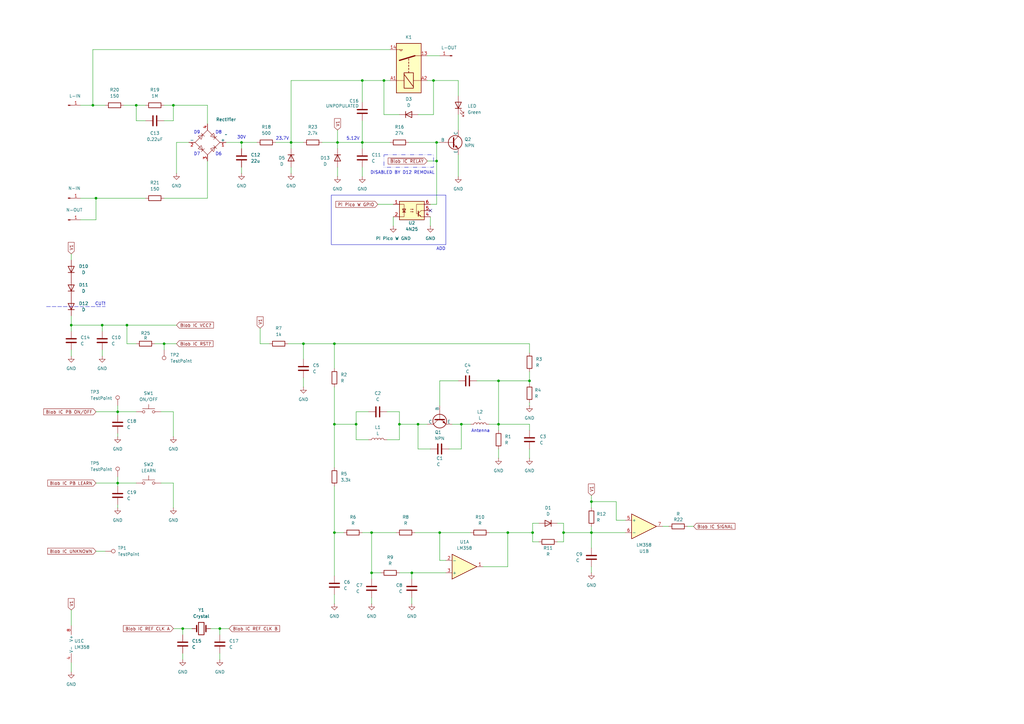
<source format=kicad_sch>
(kicad_sch (version 20231120) (generator "eeschema") (generator_version "8.0")
  (paper "A3")
  (lib_symbols
    (symbol "Amplifier_Operational:LM358" (pin_names (offset 0.127))
      (property "Reference" "U" (at 0 5.08 0))
      (property "Value" "LM358" (at 0 -5.08 0))
      (symbol "LM358_1_1"
        (polyline (pts (xy -5.08 5.08) (xy 5.08 0) (xy -5.08 -5.08) (xy -5.08 5.08)) (stroke (width 0.254)) (fill (type background)))
        (pin output line (at 7.62 0 180) (length 2.54) (name "~") (number "1"))
        (pin input line (at -7.62 -2.54 0) (length 2.54) (name "-") (number "2"))
        (pin input line (at -7.62 2.54 0) (length 2.54) (name "+") (number "3"))
      )
      (symbol "LM358_2_1"
        (polyline (pts (xy -5.08 5.08) (xy 5.08 0) (xy -5.08 -5.08) (xy -5.08 5.08)) (stroke (width 0.254)) (fill (type background)))
        (pin input line (at -7.62 2.54 0) (length 2.54) (name "+") (number "5"))
        (pin input line (at -7.62 -2.54 0) (length 2.54) (name "-") (number "6"))
        (pin output line (at 7.62 0 180) (length 2.54) (name "~") (number "7"))
      )
      (symbol "LM358_3_1"
        (pin power_in line (at -2.54 -7.62 90) (length 3.81) (name "V-") (number "4"))
        (pin power_in line (at -2.54 7.62 270) (length 3.81) (name "V+") (number "8"))
      )
    )
    (symbol "Connector:Conn_01x01_Pin" (pin_names (offset 1.016) hide)
      (property "Reference" "J" (at 0 2.54 0))
      (property "Value" "Conn_01x01_Pin" (at 0 -2.54 0))
      (symbol "Conn_01x01_Pin_1_1"
        (polyline (pts (xy 1.27 0) (xy 0.8636 0)) (stroke (width 0.1524)))
        (rectangle (start 0.8636 0.127) (end 0 -0.127) (stroke (width 0.1524)) (fill (type outline)))
        (pin passive line (at 5.08 0 180) (length 3.81) (name "Pin_1") (number "1"))
      )
    )
    (symbol "Connector:TestPoint" (pin_numbers hide) (pin_names (offset 0.762) hide)
      (property "Reference" "TP" (at 0 6.858 0))
      (property "Value" "TestPoint" (at 0 5.08 0))
      (symbol "TestPoint_0_1"
        (circle (center 0 3.302) (radius 0.762))
      )
      (symbol "TestPoint_1_1"
        (pin passive line (at 0 0 90) (length 2.54) (name "1") (number "1"))
      )
    )
    (symbol "Device:C" (pin_numbers hide) (pin_names (offset 0.254))
      (property "Reference" "C" (at 0.635 2.54 0))
      (property "Value" "C" (at 0.635 -2.54 0))
      (symbol "C_0_1"
        (polyline (pts (xy -2.032 -0.762) (xy 2.032 -0.762)) (stroke (width 0.508)))
        (polyline (pts (xy -2.032 0.762) (xy 2.032 0.762)) (stroke (width 0.508)))
      )
      (symbol "C_1_1"
        (pin passive line (at 0 3.81 270) (length 2.794) (name "~") (number "1"))
        (pin passive line (at 0 -3.81 90) (length 2.794) (name "~") (number "2"))
      )
    )
    (symbol "Device:Crystal" (pin_numbers hide) (pin_names (offset 1.016) hide)
      (property "Reference" "Y" (at 0 3.81 0))
      (property "Value" "Crystal" (at 0 -3.81 0))
      (symbol "Crystal_0_1"
        (rectangle (start -1.143 2.54) (end 1.143 -2.54) (stroke (width 0.3048)))
        (polyline (pts (xy -2.54 0) (xy -1.905 0)))
        (polyline (pts (xy -1.905 -1.27) (xy -1.905 1.27)) (stroke (width 0.508)))
        (polyline (pts (xy 1.905 -1.27) (xy 1.905 1.27)) (stroke (width 0.508)))
        (polyline (pts (xy 2.54 0) (xy 1.905 0)))
      )
      (symbol "Crystal_1_1"
        (pin passive line (at -3.81 0 0) (length 1.27) (name "1") (number "1"))
        (pin passive line (at 3.81 0 180) (length 1.27) (name "2") (number "2"))
      )
    )
    (symbol "Device:D" (pin_numbers hide) (pin_names (offset 1.016) hide)
      (property "Reference" "D" (at 0 2.54 0))
      (property "Value" "D" (at 0 -2.54 0))
      (symbol "D_0_1"
        (polyline (pts (xy -1.27 1.27) (xy -1.27 -1.27)) (stroke (width 0.254)))
        (polyline (pts (xy 1.27 0) (xy -1.27 0)))
        (polyline (pts (xy 1.27 1.27) (xy 1.27 -1.27) (xy -1.27 0) (xy 1.27 1.27)) (stroke (width 0.254)))
      )
      (symbol "D_1_1"
        (pin passive line (at -3.81 0 0) (length 2.54) (name "K") (number "1"))
        (pin passive line (at 3.81 0 180) (length 2.54) (name "A") (number "2"))
      )
    )
    (symbol "Device:L" (pin_numbers hide) (pin_names (offset 1.016) hide)
      (property "Reference" "L" (at -1.27 0 90))
      (property "Value" "L" (at 1.905 0 90))
      (symbol "L_0_1"
        (arc (start 0 -2.54) (mid 0.6323 -1.905) (end 0 -1.27))
        (arc (start 0 -1.27) (mid 0.6323 -0.635) (end 0 0))
        (arc (start 0 0) (mid 0.6323 0.635) (end 0 1.27))
        (arc (start 0 1.27) (mid 0.6323 1.905) (end 0 2.54))
      )
      (symbol "L_1_1"
        (pin passive line (at 0 3.81 270) (length 1.27) (name "1") (number "1"))
        (pin passive line (at 0 -3.81 90) (length 1.27) (name "2") (number "2"))
      )
    )
    (symbol "Device:LED" (pin_numbers hide) (pin_names (offset 1.016) hide)
      (property "Reference" "D" (at 0 2.54 0))
      (property "Value" "LED" (at 0 -2.54 0))
      (symbol "LED_0_1"
        (polyline (pts (xy -1.27 -1.27) (xy -1.27 1.27)) (stroke (width 0.254)))
        (polyline (pts (xy -1.27 0) (xy 1.27 0)))
        (polyline (pts (xy 1.27 -1.27) (xy 1.27 1.27) (xy -1.27 0) (xy 1.27 -1.27)) (stroke (width 0.254)))
        (polyline (pts (xy -3.048 -0.762) (xy -4.572 -2.286) (xy -3.81 -2.286) (xy -4.572 -2.286) (xy -4.572 -1.524)))
        (polyline (pts (xy -1.778 -0.762) (xy -3.302 -2.286) (xy -2.54 -2.286) (xy -3.302 -2.286) (xy -3.302 -1.524)))
      )
      (symbol "LED_1_1"
        (pin passive line (at -3.81 0 0) (length 2.54) (name "K") (number "1"))
        (pin passive line (at 3.81 0 180) (length 2.54) (name "A") (number "2"))
      )
    )
    (symbol "Device:R" (pin_numbers hide) (pin_names (offset 0))
      (property "Reference" "R" (at 2.032 0 90))
      (property "Value" "R" (at 0 0 90))
      (symbol "R_0_1"
        (rectangle (start -1.016 -2.54) (end 1.016 2.54) (stroke (width 0.254)))
      )
      (symbol "R_1_1"
        (pin passive line (at 0 3.81 270) (length 1.27) (name "~") (number "1"))
        (pin passive line (at 0 -3.81 90) (length 1.27) (name "~") (number "2"))
      )
    )
    (symbol "Diode_Bridge:ABS4" (pin_names (offset 0))
      (property "Reference" "D" (at 2.54 6.985 0))
      (property "Value" "ABS4" (at 2.54 5.08 0))
      (symbol "ABS4_0_1"
        (polyline (pts (xy -2.54 3.81) (xy -1.27 2.54)))
        (polyline (pts (xy -1.27 -2.54) (xy -2.54 -3.81)))
        (polyline (pts (xy 2.54 -1.27) (xy 3.81 -2.54)))
        (polyline (pts (xy 2.54 1.27) (xy 3.81 2.54)))
        (polyline (pts (xy -3.81 2.54) (xy -2.54 1.27) (xy -1.905 3.175) (xy -3.81 2.54)))
        (polyline (pts (xy -2.54 -1.27) (xy -3.81 -2.54) (xy -1.905 -3.175) (xy -2.54 -1.27)))
        (polyline (pts (xy 1.27 2.54) (xy 2.54 3.81) (xy 3.175 1.905) (xy 1.27 2.54)))
        (polyline (pts (xy 3.175 -1.905) (xy 1.27 -2.54) (xy 2.54 -3.81) (xy 3.175 -1.905)))
        (polyline (pts (xy -5.08 0) (xy 0 -5.08) (xy 5.08 0) (xy 0 5.08) (xy -5.08 0)))
      )
      (symbol "ABS4_1_1"
        (pin passive line (at 7.62 0 180) (length 2.54) (name "+") (number "1"))
        (pin passive line (at -7.62 0 0) (length 2.54) (name "-") (number "2"))
        (pin passive line (at 0 -7.62 90) (length 2.54) (name "~") (number "3"))
        (pin passive line (at 0 7.62 270) (length 2.54) (name "~") (number "4"))
      )
    )
    (symbol "Isolator:4N25" (pin_names (offset 1.016))
      (property "Reference" "U" (at -5.08 5.08 0))
      (property "Value" "4N25" (at 0 5.08 0))
      (symbol "4N25_0_1"
        (rectangle (start -5.08 3.81) (end 5.08 -3.81) (stroke (width 0.254)) (fill (type background)))
        (polyline (pts (xy -3.81 -0.635) (xy -2.54 -0.635)) (stroke (width 0.254)))
        (polyline (pts (xy 2.667 -1.397) (xy 3.81 -2.54)))
        (polyline (pts (xy 2.667 -1.143) (xy 3.81 0)))
        (polyline (pts (xy 3.81 -2.54) (xy 5.08 -2.54)))
        (polyline (pts (xy 3.81 0) (xy 5.08 0)))
        (polyline (pts (xy 2.667 -0.254) (xy 2.667 -2.286) (xy 2.667 -2.286)) (stroke (width 0.3556)))
        (polyline (pts (xy -5.08 -2.54) (xy -3.175 -2.54) (xy -3.175 2.54) (xy -5.08 2.54)))
        (polyline (pts (xy -3.175 -0.635) (xy -3.81 0.635) (xy -2.54 0.635) (xy -3.175 -0.635)) (stroke (width 0.254)))
        (polyline (pts (xy 3.683 -2.413) (xy 3.429 -1.905) (xy 3.175 -2.159) (xy 3.683 -2.413)))
        (polyline (pts (xy 5.08 2.54) (xy 1.905 2.54) (xy 1.905 -1.27) (xy 2.54 -1.27)))
        (polyline (pts (xy -0.635 -0.508) (xy 0.635 -0.508) (xy 0.254 -0.635) (xy 0.254 -0.381) (xy 0.635 -0.508)))
        (polyline (pts (xy -0.635 0.508) (xy 0.635 0.508) (xy 0.254 0.381) (xy 0.254 0.635) (xy 0.635 0.508)))
      )
      (symbol "4N25_1_1"
        (pin passive line (at -7.62 2.54 0) (length 2.54) (name "~") (number "1"))
        (pin passive line (at -7.62 -2.54 0) (length 2.54) (name "~") (number "2"))
        (pin no_connect line (at -5.08 0 0) (length 2.54) hide (name "NC") (number "3"))
        (pin passive line (at 7.62 -2.54 180) (length 2.54) (name "~") (number "4"))
        (pin passive line (at 7.62 0 180) (length 2.54) (name "~") (number "5"))
        (pin passive line (at 7.62 2.54 180) (length 2.54) (name "~") (number "6"))
      )
    )
    (symbol "Relay:Fujitsu_FTR-LYAA005x"
      (property "Reference" "K" (at 11.43 3.81 0))
      (property "Value" "Fujitsu_FTR-LYAA005x" (at 11.43 1.27 0))
      (symbol "Fujitsu_FTR-LYAA005x_0_0"
        (polyline (pts (xy 7.62 5.08) (xy 7.62 2.54) (xy 6.985 3.175) (xy 7.62 3.81)))
      )
      (symbol "Fujitsu_FTR-LYAA005x_0_1"
        (rectangle (start -10.16 5.08) (end 10.16 -5.08) (stroke (width 0.254)) (fill (type background)))
        (rectangle (start -8.255 1.905) (end -1.905 -1.905) (stroke (width 0.254)))
        (polyline (pts (xy -7.62 -1.905) (xy -2.54 1.905)) (stroke (width 0.254)))
        (polyline (pts (xy -5.08 -5.08) (xy -5.08 -1.905)))
        (polyline (pts (xy -5.08 5.08) (xy -5.08 1.905)))
        (polyline (pts (xy -1.905 0) (xy -1.27 0)) (stroke (width 0.254)))
        (polyline (pts (xy -0.635 0) (xy 0 0)) (stroke (width 0.254)))
        (polyline (pts (xy 0.635 0) (xy 1.27 0)) (stroke (width 0.254)))
        (polyline (pts (xy 1.905 0) (xy 2.54 0)) (stroke (width 0.254)))
        (polyline (pts (xy 3.175 0) (xy 3.81 0)) (stroke (width 0.254)))
        (polyline (pts (xy 5.08 -2.54) (xy 3.175 3.81)) (stroke (width 0.508)))
        (polyline (pts (xy 5.08 -2.54) (xy 5.08 -5.08)))
      )
      (symbol "Fujitsu_FTR-LYAA005x_1_1"
        (pin passive line (at 5.08 -7.62 90) (length 2.54) (name "~") (number "13"))
        (pin passive line (at 7.62 7.62 270) (length 2.54) (name "~") (number "14"))
        (pin passive line (at -5.08 7.62 270) (length 2.54) (name "~") (number "A1"))
        (pin passive line (at -5.08 -7.62 90) (length 2.54) (name "~") (number "A2"))
      )
    )
    (symbol "Simulation_SPICE:NPN" (pin_numbers hide) (pin_names (offset 0))
      (property "Reference" "Q" (at -2.54 7.62 0))
      (property "Value" "NPN" (at -2.54 5.08 0))
      (symbol "NPN_0_1"
        (polyline (pts (xy -2.54 0) (xy 0.635 0)) (stroke (width 0.1524)))
        (polyline (pts (xy 0.635 0.635) (xy 2.54 2.54)))
        (polyline (pts (xy 2.794 -1.27) (xy 2.794 -1.27)) (stroke (width 0.1524)))
        (polyline (pts (xy 2.794 -1.27) (xy 2.794 -1.27)) (stroke (width 0.1524)))
        (polyline (pts (xy 0.635 -0.635) (xy 2.54 -2.54) (xy 2.54 -2.54)))
        (polyline (pts (xy 0.635 1.905) (xy 0.635 -1.905) (xy 0.635 -1.905)) (stroke (width 0.508)))
        (polyline (pts (xy 1.27 -1.778) (xy 1.778 -1.27) (xy 2.286 -2.286) (xy 1.27 -1.778) (xy 1.27 -1.778)) (fill (type outline)))
        (circle (center 1.27 0) (radius 2.8194) (stroke (width 0.254)))
      )
      (symbol "NPN_1_1"
        (pin open_collector line (at 2.54 5.08 270) (length 2.54) (name "C") (number "1"))
        (pin input line (at -5.08 0 0) (length 2.54) (name "B") (number "2"))
        (pin open_emitter line (at 2.54 -5.08 90) (length 2.54) (name "E") (number "3"))
      )
    )
    (symbol "Switch:SW_Push" (pin_numbers hide) (pin_names (offset 1.016) hide)
      (property "Reference" "SW" (at 1.27 2.54 0))
      (property "Value" "SW_Push" (at 0 -1.524 0))
      (symbol "SW_Push_0_1"
        (circle (center -2.032 0) (radius 0.508))
        (polyline (pts (xy 0 1.27) (xy 0 3.048)))
        (polyline (pts (xy 2.54 1.27) (xy -2.54 1.27)))
        (circle (center 2.032 0) (radius 0.508))
        (pin passive line (at -5.08 0 0) (length 2.54) (name "1") (number "1"))
        (pin passive line (at 5.08 0 180) (length 2.54) (name "2") (number "2"))
      )
    )
    (symbol "power:GND" (power) (pin_numbers hide) (pin_names (offset 0) hide)
      (property "Value" "GND" (at 0 -3.81 0))
      (symbol "GND_0_1"
        (polyline (pts (xy 0 0) (xy 0 -1.27) (xy 1.27 -1.27) (xy 0 -2.54) (xy -1.27 -1.27) (xy 0 -1.27)))
      )
      (symbol "GND_1_1"
        (pin power_in line (at 0 0 270) (length 0) (name "~") (number "1"))
      )
    )
  )
  (junction (at 146.05 173.99))
  (junction (at 137.16 140.97))
  (junction (at 99.06 58.42))
  (junction (at 218.44 218.44))
  (junction (at 231.14 218.44))
  (junction (at 217.17 156.21))
  (junction (at 242.57 218.44))
  (junction (at 137.16 173.99))
  (junction (at 242.57 205.74))
  (junction (at 138.43 58.42))
  (junction (at 41.91 133.35))
  (junction (at 204.47 173.99))
  (junction (at 52.07 133.35))
  (junction (at 177.8 33.02))
  (junction (at 189.23 173.99))
  (junction (at 55.88 43.18))
  (junction (at 157.48 33.02))
  (junction (at 168.91 234.95))
  (junction (at 180.34 218.44))
  (junction (at 48.26 198.12))
  (junction (at 124.46 140.97))
  (junction (at 152.4 234.95))
  (junction (at 152.4 218.44))
  (junction (at 74.93 257.81))
  (junction (at 163.83 173.99))
  (junction (at 90.17 257.81))
  (junction (at 29.21 133.35))
  (junction (at 119.38 58.42))
  (junction (at 48.26 168.91))
  (junction (at 67.31 140.97))
  (junction (at 38.1 43.18))
  (junction (at 208.28 218.44))
  (junction (at 148.59 33.02))
  (junction (at 179.07 58.42))
  (junction (at 148.59 58.42))
  (junction (at 171.45 173.99))
  (junction (at 204.47 156.21))
  (junction (at 39.37 81.28))
  (junction (at 71.12 43.18))
  (junction (at 179.07 66.04))
  (junction (at 137.16 218.44))
  (no_connect (at 176.53 86.36))
  (wire (pts (xy 119.38 58.42) (xy 124.46 58.42)))
  (wire (pts (xy 171.45 46.99) (xy 177.8 46.99)))
  (wire (pts (xy 33.02 43.18) (xy 38.1 43.18)))
  (wire (pts (xy 217.17 184.15) (xy 217.17 187.96)))
  (wire (pts (xy 231.14 214.63) (xy 231.14 218.44)))
  (wire (pts (xy 138.43 58.42) (xy 148.59 58.42)))
  (wire (pts (xy 74.93 260.35) (xy 74.93 257.81)))
  (wire (pts (xy 48.26 166.37) (xy 48.26 168.91)))
  (wire (pts (xy 187.96 46.99) (xy 187.96 53.34)))
  (wire (pts (xy 217.17 156.21) (xy 217.17 157.48)))
  (wire (pts (xy 137.16 199.39) (xy 137.16 218.44)))
  (wire (pts (xy 48.26 199.39) (xy 48.26 198.12)))
  (wire (pts (xy 156.21 234.95) (xy 152.4 234.95)))
  (wire (pts (xy 200.66 218.44) (xy 208.28 218.44)))
  (wire (pts (xy 217.17 173.99) (xy 217.17 176.53)))
  (wire (pts (xy 168.91 245.11) (xy 168.91 247.65)))
  (wire (pts (xy 151.13 168.91) (xy 146.05 168.91)))
  (wire (pts (xy 39.37 81.28) (xy 59.69 81.28)))
  (wire (pts (xy 137.16 173.99) (xy 137.16 191.77)))
  (wire (pts (xy 132.08 58.42) (xy 138.43 58.42)))
  (wire (pts (xy 180.34 156.21) (xy 187.96 156.21)))
  (wire (pts (xy 146.05 180.34) (xy 146.05 173.99)))
  (wire (pts (xy 228.6 214.63) (xy 231.14 214.63)))
  (wire (pts (xy 72.39 58.42) (xy 77.47 58.42)))
  (wire (pts (xy 148.59 49.53) (xy 148.59 58.42)))
  (wire (pts (xy 242.57 203.2) (xy 242.57 205.74)))
  (wire (pts (xy 175.26 66.04) (xy 179.07 66.04)))
  (wire (pts (xy 48.26 168.91) (xy 55.88 168.91)))
  (wire (pts (xy 67.31 140.97) (xy 72.39 140.97)))
  (wire (pts (xy 124.46 140.97) (xy 137.16 140.97)))
  (wire (pts (xy 38.1 43.18) (xy 43.18 43.18)))
  (wire (pts (xy 187.96 63.5) (xy 187.96 72.39)))
  (wire (pts (xy 242.57 205.74) (xy 252.73 205.74)))
  (wire (pts (xy 176.53 88.9) (xy 176.53 92.71)))
  (wire (pts (xy 167.64 58.42) (xy 179.07 58.42)))
  (wire (pts (xy 92.71 58.42) (xy 99.06 58.42)))
  (wire (pts (xy 152.4 218.44) (xy 152.4 234.95)))
  (wire (pts (xy 180.34 22.86) (xy 175.26 22.86)))
  (wire (pts (xy 180.34 218.44) (xy 180.34 229.87)))
  (wire (pts (xy 179.07 58.42) (xy 179.07 66.04)))
  (wire (pts (xy 179.07 58.42) (xy 180.34 58.42)))
  (wire (pts (xy 39.37 198.12) (xy 48.26 198.12)))
  (wire (pts (xy 148.59 68.58) (xy 148.59 72.39)))
  (wire (pts (xy 48.26 198.12) (xy 55.88 198.12)))
  (wire (pts (xy 231.14 218.44) (xy 231.14 222.25)))
  (wire (pts (xy 48.26 179.07) (xy 48.26 177.8)))
  (wire (pts (xy 157.48 33.02) (xy 160.02 33.02)))
  (wire (pts (xy 48.26 170.18) (xy 48.26 168.91)))
  (wire (pts (xy 217.17 152.4) (xy 217.17 156.21)))
  (wire (pts (xy 29.21 133.35) (xy 41.91 133.35)))
  (wire (pts (xy 161.29 88.9) (xy 161.29 92.71)))
  (wire (pts (xy 171.45 184.15) (xy 171.45 173.99)))
  (wire (pts (xy 55.88 43.18) (xy 55.88 49.53)))
  (wire (pts (xy 137.16 158.75) (xy 137.16 173.99)))
  (wire (pts (xy 67.31 81.28) (xy 85.09 81.28)))
  (wire (pts (xy 189.23 184.15) (xy 184.15 184.15)))
  (wire (pts (xy 138.43 53.34) (xy 138.43 58.42)))
  (wire (pts (xy 71.12 43.18) (xy 71.12 49.53)))
  (wire (pts (xy 195.58 156.21) (xy 204.47 156.21)))
  (wire (pts (xy 38.1 20.32) (xy 38.1 43.18)))
  (wire (pts (xy 67.31 43.18) (xy 71.12 43.18)))
  (wire (pts (xy 158.75 168.91) (xy 163.83 168.91)))
  (wire (pts (xy 204.47 173.99) (xy 217.17 173.99)))
  (wire (pts (xy 218.44 218.44) (xy 218.44 214.63)))
  (wire (pts (xy 29.21 143.51) (xy 29.21 146.05)))
  (wire (pts (xy 99.06 68.58) (xy 99.06 71.12)))
  (wire (pts (xy 71.12 179.07) (xy 71.12 168.91)))
  (wire (pts (xy 71.12 43.18) (xy 85.09 43.18)))
  (wire (pts (xy 242.57 232.41) (xy 242.57 234.95)))
  (wire (pts (xy 218.44 214.63) (xy 220.98 214.63)))
  (wire (pts (xy 90.17 257.81) (xy 93.98 257.81)))
  (wire (pts (xy 39.37 90.17) (xy 39.37 81.28)))
  (wire (pts (xy 52.07 133.35) (xy 72.39 133.35)))
  (wire (pts (xy 252.73 213.36) (xy 256.54 213.36)))
  (wire (pts (xy 175.26 173.99) (xy 171.45 173.99)))
  (wire (pts (xy 85.09 43.18) (xy 85.09 50.8)))
  (wire (pts (xy 33.02 81.28) (xy 39.37 81.28)))
  (wire (pts (xy 119.38 58.42) (xy 119.38 60.96)))
  (wire (pts (xy 148.59 218.44) (xy 152.4 218.44)))
  (wire (pts (xy 180.34 218.44) (xy 193.04 218.44)))
  (wire (pts (xy 124.46 140.97) (xy 124.46 147.32)))
  (wire (pts (xy 137.16 173.99) (xy 146.05 173.99)))
  (wire (pts (xy 177.8 33.02) (xy 187.96 33.02)))
  (wire (pts (xy 119.38 68.58) (xy 119.38 71.12)))
  (wire (pts (xy 217.17 140.97) (xy 217.17 144.78)))
  (wire (pts (xy 176.53 184.15) (xy 171.45 184.15)))
  (wire (pts (xy 148.59 33.02) (xy 148.59 41.91)))
  (wire (pts (xy 242.57 218.44) (xy 256.54 218.44)))
  (wire (pts (xy 99.06 58.42) (xy 99.06 60.96)))
  (wire (pts (xy 189.23 173.99) (xy 185.42 173.99)))
  (wire (pts (xy 177.8 46.99) (xy 177.8 33.02)))
  (wire (pts (xy 163.83 234.95) (xy 168.91 234.95)))
  (wire (pts (xy 137.16 218.44) (xy 137.16 236.22)))
  (wire (pts (xy 137.16 218.44) (xy 140.97 218.44)))
  (wire (pts (xy 204.47 184.15) (xy 204.47 187.96)))
  (wire (pts (xy 146.05 168.91) (xy 146.05 173.99)))
  (wire (pts (xy 175.26 33.02) (xy 177.8 33.02)))
  (wire (pts (xy 168.91 234.95) (xy 168.91 237.49)))
  (wire (pts (xy 204.47 156.21) (xy 204.47 173.99)))
  (wire (pts (xy 179.07 83.82) (xy 176.53 83.82)))
  (wire (pts (xy 113.03 58.42) (xy 119.38 58.42)))
  (wire (pts (xy 218.44 222.25) (xy 220.98 222.25)))
  (wire (pts (xy 146.05 180.34) (xy 151.13 180.34)))
  (wire (pts (xy 124.46 154.94) (xy 124.46 158.75)))
  (wire (pts (xy 41.91 143.51) (xy 41.91 146.05)))
  (wire (pts (xy 168.91 234.95) (xy 182.88 234.95)))
  (wire (pts (xy 119.38 33.02) (xy 148.59 33.02)))
  (wire (pts (xy 71.12 168.91) (xy 66.04 168.91)))
  (wire (pts (xy 29.21 104.14) (xy 29.21 106.68)))
  (wire (pts (xy 163.83 180.34) (xy 158.75 180.34)))
  (wire (pts (xy 242.57 205.74) (xy 242.57 208.28)))
  (wire (pts (xy 180.34 156.21) (xy 180.34 166.37)))
  (wire (pts (xy 50.8 43.18) (xy 55.88 43.18)))
  (wire (pts (xy 86.36 257.81) (xy 90.17 257.81)))
  (wire (pts (xy 148.59 58.42) (xy 160.02 58.42)))
  (wire (pts (xy 119.38 33.02) (xy 119.38 58.42)))
  (wire (pts (xy 218.44 222.25) (xy 218.44 218.44)))
  (wire (pts (xy 208.28 232.41) (xy 208.28 218.44)))
  (wire (pts (xy 179.07 66.04) (xy 179.07 83.82)))
  (wire (pts (xy 71.12 198.12) (xy 66.04 198.12)))
  (wire (pts (xy 90.17 267.97) (xy 90.17 270.51)))
  (wire (pts (xy 252.73 205.74) (xy 252.73 213.36)))
  (wire (pts (xy 48.26 208.28) (xy 48.26 207.01)))
  (wire (pts (xy 55.88 140.97) (xy 52.07 140.97)))
  (wire (pts (xy 71.12 208.28) (xy 71.12 198.12)))
  (wire (pts (xy 55.88 49.53) (xy 59.69 49.53)))
  (wire (pts (xy 170.18 218.44) (xy 180.34 218.44)))
  (wire (pts (xy 39.37 168.91) (xy 48.26 168.91)))
  (wire (pts (xy 41.91 133.35) (xy 52.07 133.35)))
  (wire (pts (xy 182.88 229.87) (xy 180.34 229.87)))
  (wire (pts (xy 38.1 20.32) (xy 160.02 20.32)))
  (wire (pts (xy 274.32 215.9) (xy 271.78 215.9)))
  (wire (pts (xy 217.17 165.1) (xy 217.17 166.37)))
  (wire (pts (xy 163.83 46.99) (xy 157.48 46.99)))
  (wire (pts (xy 41.91 133.35) (xy 41.91 135.89)))
  (wire (pts (xy 163.83 180.34) (xy 163.83 173.99)))
  (wire (pts (xy 231.14 218.44) (xy 242.57 218.44)))
  (wire (pts (xy 29.21 250.19) (xy 29.21 256.54)))
  (wire (pts (xy 138.43 68.58) (xy 138.43 72.39)))
  (wire (pts (xy 148.59 58.42) (xy 148.59 60.96)))
  (wire (pts (xy 106.68 134.62) (xy 106.68 140.97)))
  (wire (pts (xy 204.47 176.53) (xy 204.47 173.99)))
  (wire (pts (xy 29.21 135.89) (xy 29.21 133.35)))
  (wire (pts (xy 67.31 49.53) (xy 71.12 49.53)))
  (wire (pts (xy 163.83 168.91) (xy 163.83 173.99)))
  (wire (pts (xy 90.17 257.81) (xy 90.17 260.35)))
  (wire (pts (xy 231.14 222.25) (xy 228.6 222.25)))
  (wire (pts (xy 99.06 58.42) (xy 105.41 58.42)))
  (wire (pts (xy 148.59 33.02) (xy 157.48 33.02)))
  (wire (pts (xy 189.23 173.99) (xy 189.23 184.15)))
  (wire (pts (xy 71.12 257.81) (xy 74.93 257.81)))
  (wire (pts (xy 208.28 218.44) (xy 218.44 218.44)))
  (wire (pts (xy 204.47 156.21) (xy 217.17 156.21)))
  (wire (pts (xy 137.16 140.97) (xy 137.16 151.13)))
  (wire (pts (xy 157.48 46.99) (xy 157.48 33.02)))
  (wire (pts (xy 187.96 33.02) (xy 187.96 39.37)))
  (wire (pts (xy 138.43 58.42) (xy 138.43 60.96)))
  (wire (pts (xy 118.11 140.97) (xy 124.46 140.97)))
  (wire (pts (xy 52.07 140.97) (xy 52.07 133.35)))
  (wire (pts (xy 242.57 215.9) (xy 242.57 218.44)))
  (wire (pts (xy 74.93 257.81) (xy 78.74 257.81)))
  (wire (pts (xy 163.83 173.99) (xy 171.45 173.99)))
  (wire (pts (xy 137.16 243.84) (xy 137.16 247.65)))
  (wire (pts (xy 106.68 140.97) (xy 110.49 140.97)))
  (wire (pts (xy 281.94 215.9) (xy 284.48 215.9)))
  (wire (pts (xy 33.02 90.17) (xy 39.37 90.17)))
  (wire (pts (xy 29.21 271.78) (xy 29.21 275.59)))
  (wire (pts (xy 72.39 71.12) (xy 72.39 58.42)))
  (wire (pts (xy 55.88 43.18) (xy 59.69 43.18)))
  (wire (pts (xy 198.12 232.41) (xy 208.28 232.41)))
  (wire (pts (xy 137.16 140.97) (xy 217.17 140.97)))
  (wire (pts (xy 85.09 66.04) (xy 85.09 81.28)))
  (wire (pts (xy 48.26 195.58) (xy 48.26 198.12)))
  (wire (pts (xy 189.23 173.99) (xy 193.04 173.99)))
  (wire (pts (xy 63.5 140.97) (xy 67.31 140.97)))
  (wire (pts (xy 152.4 234.95) (xy 152.4 237.49)))
  (wire (pts (xy 152.4 218.44) (xy 162.56 218.44)))
  (wire (pts (xy 152.4 245.11) (xy 152.4 247.65)))
  (wire (pts (xy 74.93 267.97) (xy 74.93 270.51)))
  (polyline (pts (xy 19.05 125.73) (xy 43.18 125.73)) (stroke (width 0) (type dash)))
  (wire (pts (xy 154.94 83.82) (xy 161.29 83.82)))
  (wire (pts (xy 200.66 173.99) (xy 204.47 173.99)))
  (wire (pts (xy 29.21 129.54) (xy 29.21 133.35)))
  (wire (pts (xy 67.31 140.97) (xy 67.31 143.51)))
  (wire (pts (xy 242.57 218.44) (xy 242.57 224.79)))
  (wire (pts (xy 39.37 226.06) (xy 43.18 226.06)))
  (rectangle (start 135.89 80.01) (end 182.88 100.33))
  (rectangle (start 157.48 63.5) (end 177.8 68.58) (stroke (width 0) (type dash_dot_dot)))
  (text "ADD" (at 180.848 102.108 0) (effects (font (size 1.27 1.27))))
  (text "23.7V" (at 115.824 56.896 0) (effects (font (size 1.27 1.27))))
  (text "30V" (at 99.06 56.388 0) (effects (font (size 1.27 1.27))))
  (text "D9" (at 80.772 54.356 0) (effects (font (size 1.27 1.27))))
  (text "DISABLED BY D12 REMOVAL" (at 165.1 70.866 0) (effects (font (size 1.27 1.27))))
  (text "D8" (at 89.662 54.356 0) (effects (font (size 1.27 1.27))))
  (text "Antenna" (at 197.104 176.784 0) (effects (font (size 1.27 1.27))))
  (text "D6" (at 89.662 63.246 0) (effects (font (size 1.27 1.27))))
  (text "CUT!" (at 41.148 124.714 0) (effects (font (size 1.27 1.27))))
  (text "D7" (at 80.772 63.246 0) (effects (font (size 1.27 1.27))))
  (text "5.12V" (at 144.78 56.896 0) (effects (font (size 1.27 1.27))))
  (global_label "Pi Pico W GPIO" (shape input) (at 154.94 83.82 180) (property "Intersheetrefs" "${INTERSHEET_REFS}" (effects (hide yes))))
  (global_label "V1" (shape input) (at 29.21 104.14 90) (property "Intersheetrefs" "${INTERSHEET_REFS}" (effects (hide yes))))
  (global_label "V1" (shape input) (at 29.21 250.19 90) (property "Intersheetrefs" "${INTERSHEET_REFS}" (effects (hide yes))))
  (global_label "Blob IC SIGNAL" (shape input) (at 284.48 215.9 0) (property "Intersheetrefs" "${INTERSHEET_REFS}" (effects (hide yes))))
  (global_label "V1" (shape input) (at 242.57 203.2 90) (property "Intersheetrefs" "${INTERSHEET_REFS}" (effects (hide yes))))
  (global_label "Blob IC REF CLK B" (shape input) (at 93.98 257.81 0) (property "Intersheetrefs" "${INTERSHEET_REFS}" (effects (hide yes))))
  (global_label "V1" (shape input) (at 138.43 53.34 90) (property "Intersheetrefs" "${INTERSHEET_REFS}" (effects (hide yes))))
  (global_label "Blob IC UNKNOWN" (shape input) (at 39.37 226.06 180) (property "Intersheetrefs" "${INTERSHEET_REFS}" (effects (hide yes))))
  (global_label "Blob IC PB ON{slash}OFF" (shape input) (at 39.37 168.91 180) (property "Intersheetrefs" "${INTERSHEET_REFS}" (effects (hide yes))))
  (global_label "Blob IC REF CLK A" (shape input) (at 71.12 257.81 180) (property "Intersheetrefs" "${INTERSHEET_REFS}" (effects (hide yes))))
  (global_label "V1" (shape input) (at 106.68 134.62 90) (property "Intersheetrefs" "${INTERSHEET_REFS}" (effects (hide yes))))
  (global_label "Blob IC PB LEARN" (shape input) (at 39.37 198.12 180) (property "Intersheetrefs" "${INTERSHEET_REFS}" (effects (hide yes))))
  (global_label "~{Blob IC RELAY}" (shape input) (at 175.26 66.04 180) (property "Intersheetrefs" "${INTERSHEET_REFS}" (effects (hide yes))))
  (global_label "Blob IC VCC?" (shape input) (at 72.39 133.35 0) (property "Intersheetrefs" "${INTERSHEET_REFS}" (effects (hide yes))))
  (global_label "Blob IC RST?" (shape input) (at 72.39 140.97 0) (property "Intersheetrefs" "${INTERSHEET_REFS}" (effects (hide yes))))
  (symbol (lib_id "Device:L") (at 196.85 173.99 90) (unit 1)
    (property "Reference" "L2" (at 196.85 168.91 90))
    (property "Value" "L" (at 196.85 171.45 90))
    (property "Description" "Inductor" (effects (hide yes)))
  )
  (symbol (lib_id "Device:C") (at 137.16 240.03 0) (unit 1)
    (property "Reference" "C6" (at 140.97 238.7599 0) (effects (justify left)))
    (property "Value" "C" (at 140.97 241.2999 0) (effects (justify left)))
    (property "Description" "Unpolarized capacitor" (effects (hide yes)))
  )
  (symbol (lib_id "Device:R") (at 196.85 218.44 90) (unit 1)
    (property "Reference" "R10" (at 196.85 212.09 90))
    (property "Value" "R" (at 196.85 214.63 90))
    (property "Description" "Resistor" (effects (hide yes)))
  )
  (symbol (lib_id "Device:C") (at 180.34 184.15 90) (unit 1)
    (property "Reference" "C1" (at 180.34 187.96 90))
    (property "Value" "C" (at 179.832 190.5 90))
    (property "Description" "Unpolarized capacitor" (effects (hide yes)))
  )
  (symbol (lib_id "power:GND") (at 148.59 72.39 0) (unit 1)
    (property "Reference" "#PWR010" (effects (hide yes)))
    (property "Value" "GND" (at 148.59 77.47 0))
    (property "Description" "Power symbol creates a global label with name \"GND\" , ground" (effects (hide yes)))
  )
  (symbol (lib_id "power:GND") (at 138.43 72.39 0) (unit 1)
    (property "Reference" "#PWR04" (effects (hide yes)))
    (property "Value" "GND" (at 138.43 77.47 0))
    (property "Description" "Power symbol creates a global label with name \"GND\" , ground" (effects (hide yes)))
  )
  (symbol (lib_id "Device:C") (at 48.26 173.99 0) (unit 1)
    (property "Reference" "C18" (at 52.07 172.7199 0) (effects (justify left)))
    (property "Value" "C" (at 52.07 175.2599 0) (effects (justify left)))
    (property "Description" "Unpolarized capacitor" (effects (hide yes)))
  )
  (symbol (lib_id "Device:C") (at 152.4 241.3 0) (unit 1)
    (property "Reference" "C7" (at 146.05 240.03 0) (effects (justify left)))
    (property "Value" "C" (at 146.05 242.57 0) (effects (justify left)))
    (property "Description" "Unpolarized capacitor" (effects (hide yes)))
  )
  (symbol (lib_id "Device:R") (at 224.79 222.25 90) (unit 1)
    (property "Reference" "R11" (at 224.79 224.79 90))
    (property "Value" "R" (at 224.79 227.33 90))
    (property "Description" "Resistor" (effects (hide yes)))
  )
  (symbol (lib_id "Device:C") (at 41.91 139.7 0) (unit 1)
    (property "Reference" "C10" (at 45.72 138.4299 0) (effects (justify left)))
    (property "Value" "C" (at 45.72 140.9699 0) (effects (justify left)))
    (property "Description" "Unpolarized capacitor" (effects (hide yes)))
  )
  (symbol (lib_id "Device:C") (at 242.57 228.6 0) (unit 1)
    (property "Reference" "C9" (at 236.22 227.33 0) (effects (justify left)))
    (property "Value" "C" (at 236.22 229.87 0) (effects (justify left)))
    (property "Description" "Unpolarized capacitor" (effects (hide yes)))
  )
  (symbol (lib_id "Connector:TestPoint") (at 48.26 166.37 0) (unit 1)
    (property "Reference" "TP3" (at 37.084 160.782 0) (effects (justify left)))
    (property "Value" "TestPoint" (at 37.084 163.322 0) (effects (justify left)))
    (property "Description" "test point" (effects (hide yes)))
  )
  (symbol (lib_id "Device:D") (at 224.79 214.63 180) (unit 1)
    (property "Reference" "D1" (at 224.79 208.28 0))
    (property "Value" "D" (at 224.79 210.82 0))
    (property "Description" "Diode" (effects (hide yes)))
    (property "Sim.Device" "D" (effects (hide yes)))
    (property "Sim.Pins" "1=K 2=A" (effects (hide yes)))
  )
  (symbol (lib_id "power:GND") (at 29.21 146.05 0) (unit 1)
    (property "Reference" "#PWR05" (effects (hide yes)))
    (property "Value" "GND" (at 29.21 151.13 0))
    (property "Description" "Power symbol creates a global label with name \"GND\" , ground" (effects (hide yes)))
  )
  (symbol (lib_id "power:GND") (at 41.91 146.05 0) (unit 1)
    (property "Reference" "#PWR06" (effects (hide yes)))
    (property "Value" "GND" (at 41.91 151.13 0))
    (property "Description" "Power symbol creates a global label with name \"GND\" , ground" (effects (hide yes)))
  )
  (symbol (lib_id "Device:R") (at 160.02 234.95 270) (mirror x) (unit 1)
    (property "Reference" "R9" (at 160.02 228.6 90))
    (property "Value" "R" (at 160.02 231.14 90))
    (property "Description" "Resistor" (effects (hide yes)))
  )
  (symbol (lib_id "Simulation_SPICE:NPN") (at 180.34 171.45 90) (mirror x) (unit 1)
    (property "Reference" "Q1" (at 181.102 177.292 90) (effects (justify left)))
    (property "Value" "NPN" (at 182.372 179.832 90) (effects (justify left)))
    (property "Datasheet" "https://ngspice.sourceforge.io/docs/ngspice-html-manual/manual.xhtml#cha_BJTs" (effects (hide yes)))
    (property "Description" "Bipolar transistor symbol for simulation only, substrate tied to the emitter" (effects (hide yes)))
    (property "Sim.Device" "NPN" (effects (hide yes)))
    (property "Sim.Type" "GUMMELPOON" (effects (hide yes)))
    (property "Sim.Pins" "1=C 2=B 3=E" (effects (hide yes)))
  )
  (symbol (lib_id "Diode_Bridge:ABS4") (at 85.09 58.42 0) (unit 1)
    (property "Reference" "Rectifier" (at 92.71 49.022 0))
    (property "Value" "~" (at 92.71 55.1749 0))
    (property "Footprint" "Diode_SMD:Diode_Bridge_Diotec_ABS" (effects (hide yes)))
    (property "Datasheet" "https://diotec.com/tl_files/diotec/files/pdf/datasheets/abs2.pdf" (effects (hide yes)))
    (property "Description" "Miniature Glass Passivated Single-Phase Surface Mount Bridge Rectifiers, 280V Vrms, 0.8A If, ABS SMD package" (effects (hide yes)))
  )
  (symbol (lib_id "Amplifier_Operational:LM358") (at 264.16 215.9 0) (unit 2)
    (property "Reference" "U1" (at 264.16 226.06 0))
    (property "Value" "LM358" (at 264.16 223.52 0))
    (property "Datasheet" "http://www.ti.com/lit/ds/symlink/lm2904-n.pdf" (effects (hide yes)))
    (property "Description" "Low-Power, Dual Operational Amplifiers, DIP-8/SOIC-8/TO-99-8" (effects (hide yes)))
  )
  (symbol (lib_id "power:GND") (at 119.38 71.12 0) (unit 1)
    (property "Reference" "#PWR01" (effects (hide yes)))
    (property "Value" "GND" (at 119.38 76.2 0))
    (property "Description" "Power symbol creates a global label with name \"GND\" , ground" (effects (hide yes)))
  )
  (symbol (lib_id "Device:C") (at 99.06 64.77 0) (unit 1)
    (property "Reference" "C12" (at 102.87 63.4999 0) (effects (justify left)))
    (property "Value" "22u" (at 102.87 66.0399 0) (effects (justify left)))
    (property "Description" "Unpolarized capacitor" (effects (hide yes)))
  )
  (symbol (lib_id "power:GND") (at 99.06 71.12 0) (unit 1)
    (property "Reference" "#PWR03" (effects (hide yes)))
    (property "Value" "GND" (at 99.06 76.2 0))
    (property "Description" "Power symbol creates a global label with name \"GND\" , ground" (effects (hide yes)))
  )
  (symbol (lib_id "Device:R") (at 204.47 180.34 0) (unit 1)
    (property "Reference" "R1" (at 207.01 179.0699 0) (effects (justify left)))
    (property "Value" "R" (at 207.01 181.6099 0) (effects (justify left)))
    (property "Description" "Resistor" (effects (hide yes)))
  )
  (symbol (lib_id "Device:C") (at 74.93 264.16 0) (unit 1)
    (property "Reference" "C15" (at 78.74 262.8899 0) (effects (justify left)))
    (property "Value" "C" (at 78.74 265.4299 0) (effects (justify left)))
    (property "Description" "Unpolarized capacitor" (effects (hide yes)))
  )
  (symbol (lib_id "Device:R") (at 114.3 140.97 90) (unit 1)
    (property "Reference" "R7" (at 114.3 134.62 90))
    (property "Value" "1k" (at 114.3 137.16 90))
    (property "Description" "Resistor" (effects (hide yes)))
  )
  (symbol (lib_id "Device:R") (at 137.16 195.58 180) (unit 1)
    (property "Reference" "R5" (at 139.7 194.3099 0) (effects (justify right)))
    (property "Value" "3.3k" (at 139.7 196.8499 0) (effects (justify right)))
    (property "Description" "Resistor" (effects (hide yes)))
  )
  (symbol (lib_id "power:GND") (at 242.57 234.95 0) (unit 1)
    (property "Reference" "#PWR09" (effects (hide yes)))
    (property "Value" "GND" (at 242.57 240.03 0))
    (property "Description" "Power symbol creates a global label with name \"GND\" , ground" (effects (hide yes)))
  )
  (symbol (lib_id "Device:L") (at 154.94 180.34 90) (unit 1)
    (property "Reference" "L1" (at 154.94 175.26 90))
    (property "Value" "L" (at 154.94 177.8 90))
    (property "Description" "Inductor" (effects (hide yes)))
  )
  (symbol (lib_id "Connector:TestPoint") (at 67.31 143.51 180) (unit 1)
    (property "Reference" "TP2" (at 69.85 145.5419 0) (effects (justify right)))
    (property "Value" "TestPoint" (at 69.85 148.0819 0) (effects (justify right)))
    (property "Description" "test point" (effects (hide yes)))
  )
  (symbol (lib_id "Device:LED") (at 187.96 43.18 90) (unit 1)
    (property "Reference" "LED" (at 191.77 43.4974 90) (effects (justify right)))
    (property "Value" "Green" (at 191.77 46.0374 90) (effects (justify right)))
    (property "Description" "Light emitting diode" (effects (hide yes)))
  )
  (symbol (lib_id "Device:C") (at 168.91 241.3 0) (mirror y) (unit 1)
    (property "Reference" "C8" (at 165.1 240.0299 0) (effects (justify left)))
    (property "Value" "C" (at 165.1 242.5699 0) (effects (justify left)))
    (property "Description" "Unpolarized capacitor" (effects (hide yes)))
  )
  (symbol (lib_id "power:GND") (at 187.96 72.39 0) (unit 1)
    (property "Reference" "#PWR07" (effects (hide yes)))
    (property "Value" "GND" (at 187.96 77.47 0))
    (property "Description" "Power symbol creates a global label with name \"GND\" , ground" (effects (hide yes)))
  )
  (symbol (lib_id "power:GND") (at 161.29 92.71 0) (unit 1)
    (property "Reference" "#PWR025" (effects (hide yes)))
    (property "Value" "Pi Pico W GND" (at 161.29 97.79 0))
    (property "Description" "Power symbol creates a global label with name \"GND\" , ground" (effects (hide yes)))
  )
  (symbol (lib_id "Amplifier_Operational:LM358") (at 26.67 264.16 0) (mirror y) (unit 3)
    (property "Reference" "U1" (at 30.48 262.8899 0) (effects (justify right)))
    (property "Value" "LM358" (at 30.48 265.4299 0) (effects (justify right)))
    (property "Datasheet" "http://www.ti.com/lit/ds/symlink/lm2904-n.pdf" (effects (hide yes)))
    (property "Description" "Low-Power, Dual Operational Amplifiers, DIP-8/SOIC-8/TO-99-8" (effects (hide yes)))
  )
  (symbol (lib_id "Device:R") (at 242.57 212.09 0) (unit 1)
    (property "Reference" "R12" (at 244.6545 210.8199 0) (effects (justify left)))
    (property "Value" "R" (at 244.6545 213.3599 0) (effects (justify left)))
    (property "Description" "Resistor" (effects (hide yes)))
  )
  (symbol (lib_id "power:GND") (at 152.4 247.65 0) (mirror y) (unit 1)
    (property "Reference" "#PWR016" (effects (hide yes)))
    (property "Value" "GND" (at 152.4 252.73 0))
    (property "Description" "Power symbol creates a global label with name \"GND\" , ground" (effects (hide yes)))
  )
  (symbol (lib_id "Device:R") (at 46.99 43.18 90) (unit 1)
    (property "Reference" "R20" (at 46.99 36.83 90))
    (property "Value" "150" (at 46.99 39.37 90))
    (property "Description" "Resistor" (effects (hide yes)))
  )
  (symbol (lib_id "Device:D") (at 167.64 46.99 0) (unit 1)
    (property "Reference" "D3" (at 167.64 40.64 0))
    (property "Value" "D" (at 167.64 43.18 0))
    (property "Description" "Diode" (effects (hide yes)))
    (property "Sim.Device" "D" (effects (hide yes)))
    (property "Sim.Pins" "1=K 2=A" (effects (hide yes)))
  )
  (symbol (lib_id "Device:R") (at 166.37 218.44 90) (unit 1)
    (property "Reference" "R8" (at 166.37 212.09 90))
    (property "Value" "R" (at 166.37 214.63 90))
    (property "Description" "Resistor" (effects (hide yes)))
  )
  (symbol (lib_id "Switch:SW_Push") (at 60.96 198.12 0) (unit 1)
    (property "Reference" "SW2" (at 60.96 190.5 0))
    (property "Value" "LEARN" (at 60.96 193.04 0))
    (property "Description" "Push button switch, generic, two pins" (effects (hide yes)))
  )
  (symbol (lib_id "power:GND") (at 48.26 208.28 0) (unit 1)
    (property "Reference" "#PWR020" (effects (hide yes)))
    (property "Value" "GND" (at 48.26 213.36 0))
    (property "Description" "Power symbol creates a global label with name \"GND\" , ground" (effects (hide yes)))
  )
  (symbol (lib_id "power:GND") (at 74.93 270.51 0) (unit 1)
    (property "Reference" "#PWR08" (effects (hide yes)))
    (property "Value" "GND" (at 74.93 275.59 0))
    (property "Description" "Power symbol creates a global label with name \"GND\" , ground" (effects (hide yes)))
  )
  (symbol (lib_id "Device:C") (at 63.5 49.53 90) (unit 1)
    (property "Reference" "C13" (at 63.5 54.61 90))
    (property "Value" "0.22uF" (at 63.5 57.15 90))
    (property "Description" "Unpolarized capacitor" (effects (hide yes)))
  )
  (symbol (lib_id "Device:D") (at 29.21 118.11 90) (unit 1)
    (property "Reference" "D11" (at 34.29 116.84 90))
    (property "Value" "D" (at 34.29 119.38 90))
    (property "Description" "Diode" (effects (hide yes)))
    (property "Sim.Device" "D" (effects (hide yes)))
    (property "Sim.Pins" "1=K 2=A" (effects (hide yes)))
  )
  (symbol (lib_id "Relay:Fujitsu_FTR-LYAA005x") (at 167.64 27.94 90) (unit 1)
    (property "Reference" "K1" (at 167.64 15.24 90))
    (property "Value" "Fujitsu_FTR-LYAA005x" (effects (hide yes)))
    (property "Footprint" "Relay_THT:Relay_SPST-NO_Fujitsu_FTR-LYAA005x_FormA_Vertical" (effects (hide yes)))
    (property "Datasheet" "https://www.fujitsu.com/sg/imagesgig5/ftr-ly.pdf" (effects (hide yes)))
    (property "Description" "Relay, SPST Form A, vertical mount, 5-60V coil, 6A, 250VAC, 28 x 5 x 15mm" (effects (hide yes)))
  )
  (symbol (lib_id "power:GND") (at 137.16 247.65 0) (unit 1)
    (property "Reference" "#PWR014" (effects (hide yes)))
    (property "Value" "GND" (at 137.16 252.73 0))
    (property "Description" "Power symbol creates a global label with name \"GND\" , ground" (effects (hide yes)))
  )
  (symbol (lib_id "power:GND") (at 168.91 247.65 0) (mirror y) (unit 1)
    (property "Reference" "#PWR015" (effects (hide yes)))
    (property "Value" "GND" (at 168.91 252.73 0))
    (property "Description" "Power symbol creates a global label with name \"GND\" , ground" (effects (hide yes)))
  )
  (symbol (lib_id "Connector:Conn_01x01_Pin") (at 27.94 43.18 0) (unit 1)
    (property "Reference" "L-IN" (at 30.734 39.37 0))
    (property "Value" "Pad" (effects (hide yes)))
    (property "Description" "Generic connector, single row, 01x01, script generated" (effects (hide yes)))
  )
  (symbol (lib_id "Device:C") (at 124.46 151.13 0) (unit 1)
    (property "Reference" "C5" (at 128.27 149.8599 0) (effects (justify left)))
    (property "Value" "C" (at 128.27 152.3999 0) (effects (justify left)))
    (property "Description" "Unpolarized capacitor" (effects (hide yes)))
  )
  (symbol (lib_id "power:GND") (at 71.12 208.28 0) (unit 1)
    (property "Reference" "#PWR021" (effects (hide yes)))
    (property "Value" "GND" (at 71.12 213.36 0))
    (property "Description" "Power symbol creates a global label with name \"GND\" , ground" (effects (hide yes)))
  )
  (symbol (lib_id "Device:C") (at 148.59 45.72 0) (unit 1)
    (property "Reference" "C16" (at 143.256 41.402 0) (effects (justify left)))
    (property "Value" "UNPOPULATED" (at 133.604 43.434 0) (effects (justify left)))
    (property "Description" "Unpolarized capacitor" (effects (hide yes)))
  )
  (symbol (lib_id "Device:C") (at 29.21 139.7 0) (unit 1)
    (property "Reference" "C14" (at 33.02 138.4299 0) (effects (justify left)))
    (property "Value" "C" (at 33.02 140.9699 0) (effects (justify left)))
    (property "Description" "Unpolarized capacitor" (effects (hide yes)))
  )
  (symbol (lib_id "power:GND") (at 176.53 92.71 0) (unit 1)
    (property "Reference" "#PWR024" (effects (hide yes)))
    (property "Value" "GND" (at 176.53 97.79 0))
    (property "Description" "Power symbol creates a global label with name \"GND\" , ground" (effects (hide yes)))
  )
  (symbol (lib_id "Device:R") (at 109.22 58.42 90) (unit 1)
    (property "Reference" "R18" (at 109.22 52.07 90))
    (property "Value" "500" (at 109.22 54.61 90))
    (property "Description" "Resistor" (effects (hide yes)))
  )
  (symbol (lib_id "power:GND") (at 48.26 179.07 0) (unit 1)
    (property "Reference" "#PWR019" (effects (hide yes)))
    (property "Value" "GND" (at 48.26 184.15 0))
    (property "Description" "Power symbol creates a global label with name \"GND\" , ground" (effects (hide yes)))
  )
  (symbol (lib_id "Device:D") (at 138.43 64.77 270) (unit 1)
    (property "Reference" "D13" (at 133.35 64.77 90))
    (property "Value" "D" (at 133.35 67.31 90))
    (property "Description" "Diode" (effects (hide yes)))
    (property "Sim.Device" "D" (effects (hide yes)))
    (property "Sim.Pins" "1=K 2=A" (effects (hide yes)))
  )
  (symbol (lib_id "Device:R") (at 63.5 81.28 270) (unit 1)
    (property "Reference" "R21" (at 63.5 74.93 90))
    (property "Value" "150" (at 63.5 77.47 90))
    (property "Description" "Resistor" (effects (hide yes)))
  )
  (symbol (lib_id "Device:R") (at 144.78 218.44 90) (unit 1)
    (property "Reference" "R6" (at 144.78 212.09 90))
    (property "Value" "R" (at 144.78 214.63 90))
    (property "Description" "Resistor" (effects (hide yes)))
  )
  (symbol (lib_id "Switch:SW_Push") (at 60.96 168.91 0) (unit 1)
    (property "Reference" "SW1" (at 60.96 161.29 0))
    (property "Value" "ON/OFF" (at 60.96 163.83 0))
    (property "Description" "Push button switch, generic, two pins" (effects (hide yes)))
  )
  (symbol (lib_id "Connector:TestPoint") (at 43.18 226.06 270) (unit 1)
    (property "Reference" "TP1" (at 48.26 224.7899 90) (effects (justify left)))
    (property "Value" "TestPoint" (at 48.26 227.3299 90) (effects (justify left)))
    (property "Description" "test point" (effects (hide yes)))
  )
  (symbol (lib_id "Device:Crystal") (at 82.55 257.81 0) (unit 1)
    (property "Reference" "Y1" (at 82.55 250.19 0))
    (property "Value" "Crystal" (at 82.55 252.73 0))
    (property "Description" "Two pin crystal" (effects (hide yes)))
  )
  (symbol (lib_id "power:GND") (at 204.47 187.96 0) (unit 1)
    (property "Reference" "#PWR012" (effects (hide yes)))
    (property "Value" "GND" (at 204.47 193.04 0))
    (property "Description" "Power symbol creates a global label with name \"GND\" , ground" (effects (hide yes)))
  )
  (symbol (lib_id "power:GND") (at 29.21 275.59 0) (unit 1)
    (property "Reference" "#PWR023" (effects (hide yes)))
    (property "Value" "GND" (at 29.21 280.67 0))
    (property "Description" "Power symbol creates a global label with name \"GND\" , ground" (effects (hide yes)))
  )
  (symbol (lib_id "Device:R") (at 163.83 58.42 90) (unit 1)
    (property "Reference" "R16" (at 163.83 52.07 90))
    (property "Value" "27k" (at 163.83 54.61 90))
    (property "Description" "Resistor" (effects (hide yes)))
  )
  (symbol (lib_id "power:GND") (at 217.17 166.37 0) (unit 1)
    (property "Reference" "#PWR013" (effects (hide yes)))
    (property "Value" "GND" (at 217.17 171.45 0))
    (property "Description" "Power symbol creates a global label with name \"GND\" , ground" (effects (hide yes)))
  )
  (symbol (lib_id "Device:R") (at 217.17 161.29 0) (unit 1)
    (property "Reference" "R4" (at 219.2545 160.0199 0) (effects (justify left)))
    (property "Value" "R" (at 219.2545 162.5599 0) (effects (justify left)))
    (property "Description" "Resistor" (effects (hide yes)))
  )
  (symbol (lib_id "Device:R") (at 278.13 215.9 270) (mirror x) (unit 1)
    (property "Reference" "R22" (at 280.162 213.106 90) (effects (justify right)))
    (property "Value" "R" (at 278.892 210.82 90) (effects (justify right)))
    (property "Description" "Resistor" (effects (hide yes)))
  )
  (symbol (lib_id "Device:C") (at 148.59 64.77 0) (unit 1)
    (property "Reference" "C11" (at 152.4 63.4999 0) (effects (justify left)))
    (property "Value" "C" (at 152.4 66.0399 0) (effects (justify left)))
    (property "Description" "Unpolarized capacitor" (effects (hide yes)))
  )
  (symbol (lib_id "Device:R") (at 63.5 43.18 90) (unit 1)
    (property "Reference" "R19" (at 63.5 36.83 90))
    (property "Value" "1M" (at 63.5 39.37 90))
    (property "Description" "Resistor" (effects (hide yes)))
  )
  (symbol (lib_id "Amplifier_Operational:LM358") (at 190.5 232.41 0) (mirror x) (unit 1)
    (property "Reference" "U1" (at 190.5 222.25 0))
    (property "Value" "LM358" (at 190.5 224.79 0))
    (property "Datasheet" "http://www.ti.com/lit/ds/symlink/lm2904-n.pdf" (effects (hide yes)))
    (property "Description" "Low-Power, Dual Operational Amplifiers, DIP-8/SOIC-8/TO-99-8" (effects (hide yes)))
  )
  (symbol (lib_id "Device:C") (at 154.94 168.91 90) (unit 1)
    (property "Reference" "C2" (at 154.94 161.29 90))
    (property "Value" "C" (at 154.94 163.83 90))
    (property "Description" "Unpolarized capacitor" (effects (hide yes)))
  )
  (symbol (lib_id "Device:C") (at 48.26 203.2 0) (unit 1)
    (property "Reference" "C19" (at 52.07 201.9299 0) (effects (justify left)))
    (property "Value" "C" (at 52.07 204.4699 0) (effects (justify left)))
    (property "Description" "Unpolarized capacitor" (effects (hide yes)))
  )
  (symbol (lib_id "Device:C") (at 90.17 264.16 0) (unit 1)
    (property "Reference" "C17" (at 93.98 262.8899 0) (effects (justify left)))
    (property "Value" "C" (at 93.98 265.4299 0) (effects (justify left)))
    (property "Description" "Unpolarized capacitor" (effects (hide yes)))
  )
  (symbol (lib_id "power:GND") (at 124.46 158.75 0) (unit 1)
    (property "Reference" "#PWR022" (effects (hide yes)))
    (property "Value" "GND" (at 124.46 163.83 0))
    (property "Description" "Power symbol creates a global label with name \"GND\" , ground" (effects (hide yes)))
  )
  (symbol (lib_id "Connector:Conn_01x01_Pin") (at 185.42 22.86 180) (unit 1)
    (property "Reference" "L-OUT" (at 184.15 19.558 0))
    (property "Value" "Pad" (effects (hide yes)))
    (property "Description" "Generic connector, single row, 01x01, script generated" (effects (hide yes)))
  )
  (symbol (lib_id "Device:C") (at 191.77 156.21 270) (unit 1)
    (property "Reference" "C4" (at 191.77 149.86 90))
    (property "Value" "C" (at 191.77 152.4 90))
    (property "Description" "Unpolarized capacitor" (effects (hide yes)))
  )
  (symbol (lib_id "Isolator:4N25") (at 168.91 86.36 0) (unit 1)
    (property "Reference" "U2" (at 168.91 91.44 0))
    (property "Value" "4N25" (at 168.91 93.98 0))
    (property "Footprint" "Package_DIP:DIP-6_W7.62mm" (effects (hide yes)))
    (property "Datasheet" "https://www.vishay.com/docs/83725/4n25.pdf" (effects (hide yes)))
    (property "Description" "DC Optocoupler Base Connected, Vce 30V, CTR 20%, Viso 2500V, DIP6" (effects (hide yes)))
  )
  (symbol (lib_id "power:GND") (at 71.12 179.07 0) (unit 1)
    (property "Reference" "#PWR018" (effects (hide yes)))
    (property "Value" "GND" (at 71.12 184.15 0))
    (property "Description" "Power symbol creates a global label with name \"GND\" , ground" (effects (hide yes)))
  )
  (symbol (lib_id "Device:D") (at 29.21 110.49 90) (unit 1)
    (property "Reference" "D10" (at 34.29 109.22 90))
    (property "Value" "D" (at 34.29 111.76 90))
    (property "Description" "Diode" (effects (hide yes)))
    (property "Sim.Device" "D" (effects (hide yes)))
    (property "Sim.Pins" "1=K 2=A" (effects (hide yes)))
  )
  (symbol (lib_id "Device:C") (at 217.17 180.34 0) (unit 1)
    (property "Reference" "C3" (at 221.3537 179.0699 0) (effects (justify left)))
    (property "Value" "C" (at 221.3537 181.6099 0) (effects (justify left)))
    (property "Description" "Unpolarized capacitor" (effects (hide yes)))
  )
  (symbol (lib_id "Device:R") (at 59.69 140.97 90) (unit 1)
    (property "Reference" "R25" (at 59.69 136.652 90))
    (property "Value" "R" (at 59.69 138.684 90))
    (property "Description" "Resistor" (effects (hide yes)))
  )
  (symbol (lib_id "Connector:Conn_01x01_Pin") (at 27.94 81.28 0) (unit 1)
    (property "Reference" "N-IN" (at 30.48 77.216 0))
    (property "Value" "Pad" (effects (hide yes)))
    (property "Description" "Generic connector, single row, 01x01, script generated" (effects (hide yes)))
  )
  (symbol (lib_id "Device:R") (at 137.16 154.94 180) (unit 1)
    (property "Reference" "R2" (at 139.7 153.6699 0) (effects (justify right)))
    (property "Value" "R" (at 139.7 156.2099 0) (effects (justify right)))
    (property "Description" "Resistor" (effects (hide yes)))
  )
  (symbol (lib_id "Device:D") (at 119.38 64.77 270) (unit 1)
    (property "Reference" "D5" (at 115.57 64.77 90))
    (property "Value" "D" (at 115.57 67.31 90))
    (property "Description" "Diode" (effects (hide yes)))
    (property "Sim.Device" "D" (effects (hide yes)))
    (property "Sim.Pins" "1=K 2=A" (effects (hide yes)))
  )
  (symbol (lib_id "Connector:Conn_01x01_Pin") (at 27.94 90.17 0) (unit 1)
    (property "Reference" "N-OUT" (at 30.48 86.106 0))
    (property "Value" "Pad" (effects (hide yes)))
    (property "Description" "Generic connector, single row, 01x01, script generated" (effects (hide yes)))
  )
  (symbol (lib_id "power:GND") (at 90.17 270.51 0) (unit 1)
    (property "Reference" "#PWR017" (effects (hide yes)))
    (property "Value" "GND" (at 90.17 275.59 0))
    (property "Description" "Power symbol creates a global label with name \"GND\" , ground" (effects (hide yes)))
  )
  (symbol (lib_id "Device:R") (at 128.27 58.42 270) (unit 1)
    (property "Reference" "R23" (at 128.27 52.07 90))
    (property "Value" "2.7k" (at 128.27 54.61 90))
    (property "Description" "Resistor" (effects (hide yes)))
  )
  (symbol (lib_id "Simulation_SPICE:NPN") (at 185.42 58.42 0) (unit 1)
    (property "Reference" "Q2" (at 190.5 57.1499 0) (effects (justify left)))
    (property "Value" "NPN" (at 190.5 59.6899 0) (effects (justify left)))
    (property "Datasheet" "https://ngspice.sourceforge.io/docs/ngspice-html-manual/manual.xhtml#cha_BJTs" (effects (hide yes)))
    (property "Description" "Bipolar transistor symbol for simulation only, substrate tied to the emitter" (effects (hide yes)))
    (property "Sim.Device" "NPN" (effects (hide yes)))
    (property "Sim.Type" "GUMMELPOON" (effects (hide yes)))
    (property "Sim.Pins" "1=C 2=B 3=E" (effects (hide yes)))
  )
  (symbol (lib_id "Device:D") (at 29.21 125.73 90) (unit 1)
    (property "Reference" "D12" (at 34.29 124.46 90))
    (property "Value" "D" (at 34.29 127 90))
    (property "Description" "Diode" (effects (hide yes)))
    (property "Sim.Device" "D" (effects (hide yes)))
    (property "Sim.Pins" "1=K 2=A" (effects (hide yes)))
  )
  (symbol (lib_id "power:GND") (at 72.39 71.12 0) (unit 1)
    (property "Reference" "#PWR02" (effects (hide yes)))
    (property "Value" "GND" (at 72.39 76.2 0))
    (property "Description" "Power symbol creates a global label with name \"GND\" , ground" (effects (hide yes)))
  )
  (symbol (lib_id "Device:R") (at 217.17 148.59 180) (unit 1)
    (property "Reference" "R3" (at 219.71 147.3199 0) (effects (justify right)))
    (property "Value" "R" (at 219.71 149.8599 0) (effects (justify right)))
    (property "Description" "Resistor" (effects (hide yes)))
  )
  (symbol (lib_id "power:GND") (at 217.17 187.96 0) (unit 1)
    (property "Reference" "#PWR011" (effects (hide yes)))
    (property "Value" "GND" (at 217.17 193.04 0))
    (property "Description" "Power symbol creates a global label with name \"GND\" , ground" (effects (hide yes)))
  )
  (symbol (lib_id "Connector:TestPoint") (at 48.26 195.58 0) (unit 1)
    (property "Reference" "TP5" (at 37.084 189.992 0) (effects (justify left)))
    (property "Value" "TestPoint" (at 37.084 192.532 0) (effects (justify left)))
    (property "Description" "test point" (effects (hide yes)))
  )
)
</source>
